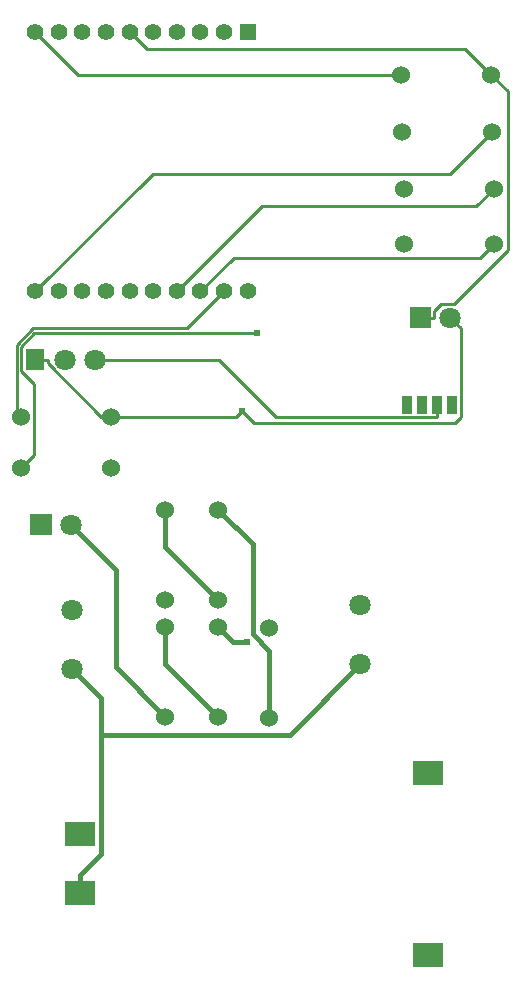
<source format=gbl>
G04 Layer: BottomLayer*
G04 EasyEDA v6.4.25, 2021-11-26T11:29:21--8:00*
G04 ba2494323d054017aa17e43c7504b7a8,82b849d010ff45bfbede6d5bbb018b0e,10*
G04 Gerber Generator version 0.2*
G04 Scale: 100 percent, Rotated: No, Reflected: No *
G04 Dimensions in millimeters *
G04 leading zeros omitted , absolute positions ,4 integer and 5 decimal *
%FSLAX45Y45*%
%MOMM*%

%ADD10C,0.2540*%
%ADD11C,0.4000*%
%ADD12C,0.6100*%
%ADD14C,1.4224*%
%ADD15R,1.4224X1.4224*%
%ADD16C,1.5240*%
%ADD17C,1.8000*%
%ADD20R,0.8890X1.6002*%

%LPD*%
D11*
X2872945Y4302452D02*
G01*
X2758747Y4302452D01*
X2628902Y4432297D01*
X2628902Y3670297D02*
G01*
X2184402Y4114797D01*
X2184402Y4432297D01*
X3060702Y3657597D02*
G01*
X3060702Y4228614D01*
X2922526Y4366790D01*
X2922526Y5129273D01*
X2628902Y5422897D01*
X2628902Y4660897D02*
G01*
X2184402Y5105397D01*
X2184402Y5422897D01*
X1640867Y3515535D02*
G01*
X1640867Y2504462D01*
X1463804Y2327399D01*
X1396011Y4075986D02*
G01*
X1640867Y3831130D01*
X1640867Y3515535D01*
X3834411Y4114086D02*
G01*
X3235860Y3515535D01*
X1640867Y3515535D01*
X1463804Y2175761D02*
G01*
X1463804Y2327399D01*
X2184402Y3670297D02*
G01*
X1766369Y4088330D01*
X1766369Y4913830D01*
X1384302Y5295897D01*
D10*
X2480312Y7269477D02*
G01*
X2760931Y7550096D01*
X4845001Y7550096D01*
X4965702Y7670797D01*
X4965702Y8140697D02*
G01*
X4816680Y7991675D01*
X3001850Y7991675D01*
X2279652Y7269477D01*
X4953002Y8623297D02*
G01*
X4597605Y8267900D01*
X2079195Y8267900D01*
X1080772Y7269477D01*
X4343402Y7048497D02*
G01*
X4461512Y7048497D01*
X4461512Y7048497D02*
G01*
X4461512Y7107577D01*
X4520542Y7166607D01*
X4625215Y7166607D01*
X5082644Y7624036D01*
X5082644Y8963555D01*
X4940302Y9105897D01*
X4940302Y9105897D02*
G01*
X4724631Y9321568D01*
X2028421Y9321568D01*
X1880872Y9469117D01*
X965202Y5778497D02*
G01*
X1071044Y5884339D01*
X1071044Y6489367D01*
X965202Y6595209D01*
X965202Y6803590D01*
X1075489Y6913877D01*
X2959254Y6913877D01*
X4483102Y6311897D02*
G01*
X4483102Y6203769D01*
X4483102Y6203769D02*
G01*
X3124354Y6203769D01*
X2635227Y6692897D01*
X1587502Y6692897D01*
X4178302Y9105897D02*
G01*
X1443992Y9105897D01*
X1080772Y9469117D01*
X2832661Y6257414D02*
G01*
X2933880Y6156195D01*
X4634029Y6156195D01*
X4682695Y6204861D01*
X4682695Y6963204D01*
X4597402Y7048497D01*
X1727202Y6210297D02*
G01*
X2785544Y6210297D01*
X2832661Y6257414D01*
X1079502Y6692897D02*
G01*
X1186360Y6692897D01*
X1186360Y6692897D02*
G01*
X1186360Y6666176D01*
X1642239Y6210297D01*
X1727202Y6210297D01*
X2680972Y7269477D02*
G01*
X2369543Y6958048D01*
X1061849Y6958048D01*
X924333Y6820532D01*
X924333Y6251166D01*
X965202Y6210297D01*
D14*
G01*
X1080770Y9469120D03*
G01*
X1281429Y9469120D03*
G01*
X1479550Y9469120D03*
G01*
X1680210Y9469120D03*
G01*
X1880870Y9469120D03*
G01*
X2081529Y9469120D03*
G01*
X2279650Y9469120D03*
G01*
X2480309Y9469120D03*
G01*
X2680970Y9469120D03*
D15*
G01*
X2881629Y9469120D03*
D14*
G01*
X1080770Y7269479D03*
G01*
X1281429Y7269479D03*
G01*
X1479550Y7269479D03*
G01*
X1680210Y7269479D03*
G01*
X1880870Y7269479D03*
G01*
X2081529Y7269479D03*
G01*
X2279650Y7269479D03*
G01*
X2480309Y7269479D03*
G01*
X2680970Y7269479D03*
G01*
X2881629Y7269479D03*
D16*
G01*
X965200Y6210300D03*
G01*
X1727200Y6210300D03*
D17*
G01*
X1384300Y5295900D03*
G36*
X1040300Y5385899D02*
G01*
X1220299Y5385899D01*
X1220299Y5205900D01*
X1040300Y5205900D01*
G37*
G01*
X4597400Y7048500D03*
G36*
X4253400Y7138499D02*
G01*
X4433399Y7138499D01*
X4433399Y6958500D01*
X4253400Y6958500D01*
G37*
G36*
X4276597Y3297173D02*
G01*
X4530597Y3297173D01*
X4530597Y3093973D01*
X4276597Y3093973D01*
G37*
G36*
X4276597Y1757426D02*
G01*
X4530597Y1757426D01*
X4530597Y1554226D01*
X4276597Y1554226D01*
G37*
G36*
X1336802Y2777236D02*
G01*
X1590802Y2777236D01*
X1590802Y2574036D01*
X1336802Y2574036D01*
G37*
G36*
X1336802Y2277363D02*
G01*
X1590802Y2277363D01*
X1590802Y2074163D01*
X1336802Y2074163D01*
G37*
D20*
G01*
X4483100Y6311900D03*
G01*
X4610100Y6311900D03*
G01*
X4356100Y6311900D03*
G01*
X4229100Y6311900D03*
D17*
G01*
X1587500Y6692900D03*
G01*
X1333500Y6692900D03*
G36*
X1000760Y6782899D02*
G01*
X1158239Y6782899D01*
X1158239Y6602900D01*
X1000760Y6602900D01*
G37*
G01*
X1396009Y4575987D03*
G01*
X1396009Y4075988D03*
G01*
X3834409Y4614087D03*
G01*
X3834409Y4114088D03*
D16*
G01*
X4178300Y9105900D03*
G01*
X4940300Y9105900D03*
G01*
X4191000Y8623300D03*
G01*
X4953000Y8623300D03*
G01*
X4203700Y8140700D03*
G01*
X4965700Y8140700D03*
G01*
X4203700Y7670800D03*
G01*
X4965700Y7670800D03*
G01*
X2184400Y5422900D03*
G01*
X2184400Y4660900D03*
G01*
X2628900Y5422900D03*
G01*
X2628900Y4660900D03*
G01*
X2184400Y4432300D03*
G01*
X2184400Y3670300D03*
G01*
X2628900Y4432300D03*
G01*
X2628900Y3670300D03*
G01*
X3060700Y4419600D03*
G01*
X3060700Y3657600D03*
G01*
X965200Y5778500D03*
G01*
X1727200Y5778500D03*
D12*
G01*
X2872943Y4302455D03*
G01*
X2959252Y6913879D03*
G01*
X2832658Y6257417D03*
M02*

</source>
